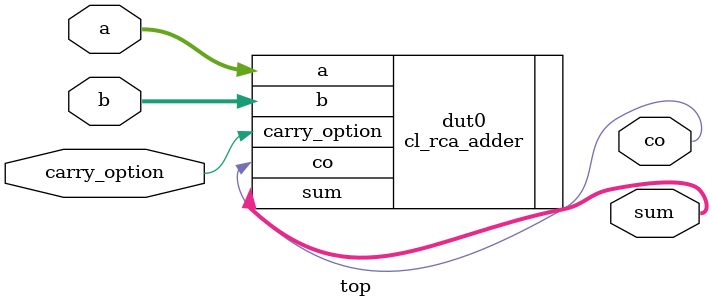
<source format=v>
module top (
    input carry_option,
    input [31:0] a,
    input [31:0] b,
    output [31:0] sum,
    output co
);

    cl_rca_adder dut0(
        .carry_option(carry_option),
        .a(a),
        .b(b),
        .sum(sum),
        .co(co)
    );


endmodule
</source>
